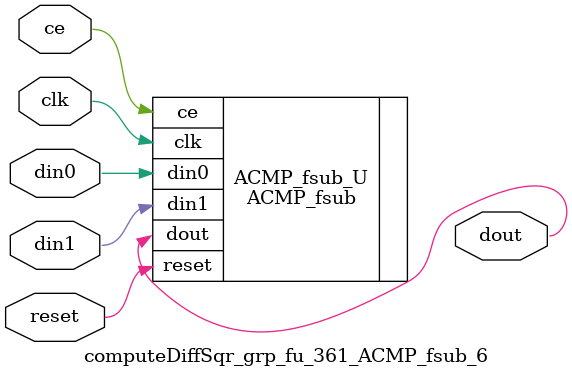
<source format=v>

`timescale 1 ns / 1 ps
module computeDiffSqr_grp_fu_361_ACMP_fsub_6(
    clk,
    reset,
    ce,
    din0,
    din1,
    dout);

parameter ID = 32'd1;
parameter NUM_STAGE = 32'd1;
parameter din0_WIDTH = 32'd1;
parameter din1_WIDTH = 32'd1;
parameter dout_WIDTH = 32'd1;
input clk;
input reset;
input ce;
input[din0_WIDTH - 1:0] din0;
input[din1_WIDTH - 1:0] din1;
output[dout_WIDTH - 1:0] dout;



ACMP_fsub #(
.ID( ID ),
.NUM_STAGE( 4 ),
.din0_WIDTH( din0_WIDTH ),
.din1_WIDTH( din1_WIDTH ),
.dout_WIDTH( dout_WIDTH ))
ACMP_fsub_U(
    .clk( clk ),
    .reset( reset ),
    .ce( ce ),
    .din0( din0 ),
    .din1( din1 ),
    .dout( dout ));

endmodule

</source>
